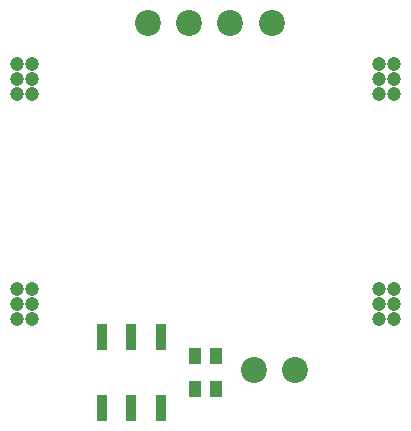
<source format=gts>
G04*
G04 #@! TF.GenerationSoftware,Altium Limited,Altium Designer,20.1.8 (145)*
G04*
G04 Layer_Color=8388736*
%FSLAX25Y25*%
%MOIN*%
G70*
G04*
G04 #@! TF.SameCoordinates,8766D331-E9FB-46AF-A3FE-A3E5BE2B0BC4*
G04*
G04*
G04 #@! TF.FilePolarity,Negative*
G04*
G01*
G75*
%ADD14R,0.03780X0.08661*%
%ADD15R,0.04331X0.05512*%
%ADD16C,0.04724*%
%ADD17C,0.08661*%
D14*
X380508Y340764D02*
D03*
X390350D02*
D03*
X400193D02*
D03*
Y317142D02*
D03*
X390350D02*
D03*
X380508D02*
D03*
D15*
X418697Y334465D02*
D03*
X411610D02*
D03*
Y323441D02*
D03*
X418697D02*
D03*
D16*
X473026Y431684D02*
D03*
X478026D02*
D03*
X473026Y426684D02*
D03*
X478026D02*
D03*
X473026Y421684D02*
D03*
X478026D02*
D03*
X352278Y431684D02*
D03*
X357278D02*
D03*
X352278Y426684D02*
D03*
X357278D02*
D03*
X352278Y421684D02*
D03*
X357278D02*
D03*
X473026Y356881D02*
D03*
X478026D02*
D03*
X473026Y351881D02*
D03*
X478026D02*
D03*
X473026Y346881D02*
D03*
X478026D02*
D03*
X357278D02*
D03*
X352278D02*
D03*
X357278Y351881D02*
D03*
X352278D02*
D03*
X357278Y356881D02*
D03*
X352278D02*
D03*
D17*
X395862Y445488D02*
D03*
X409642D02*
D03*
X423421D02*
D03*
X437201D02*
D03*
X431295Y329740D02*
D03*
X445075D02*
D03*
M02*

</source>
